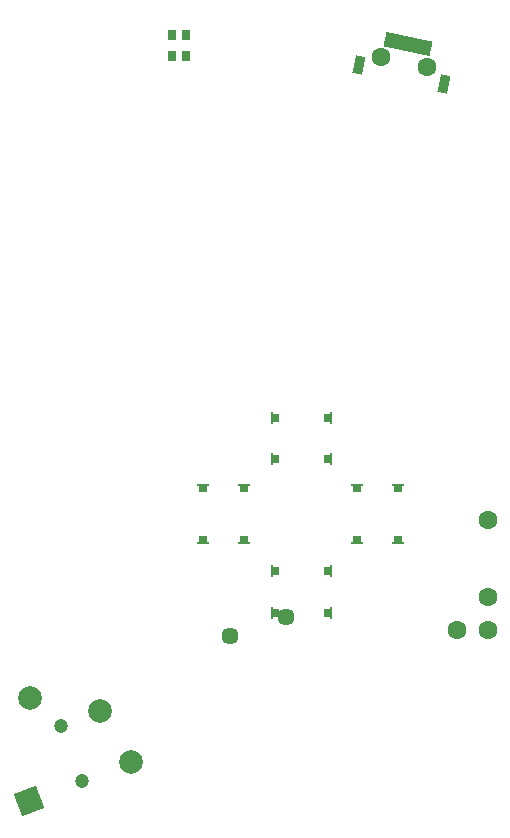
<source format=gbr>
%TF.GenerationSoftware,KiCad,Pcbnew,9.0.3*%
%TF.CreationDate,2025-07-19T19:29:57+01:00*%
%TF.ProjectId,GhostPAW,47686f73-7450-4415-972e-6b696361645f,rev?*%
%TF.SameCoordinates,Original*%
%TF.FileFunction,Soldermask,Bot*%
%TF.FilePolarity,Negative*%
%FSLAX46Y46*%
G04 Gerber Fmt 4.6, Leading zero omitted, Abs format (unit mm)*
G04 Created by KiCad (PCBNEW 9.0.3) date 2025-07-19 19:29:57*
%MOMM*%
%LPD*%
G01*
G04 APERTURE LIST*
G04 Aperture macros list*
%AMRotRect*
0 Rectangle, with rotation*
0 The origin of the aperture is its center*
0 $1 length*
0 $2 width*
0 $3 Rotation angle, in degrees counterclockwise*
0 Add horizontal line*
21,1,$1,$2,0,0,$3*%
G04 Aperture macros list end*
%ADD10RotRect,0.812800X1.498600X348.000000*%
%ADD11C,1.600200*%
%ADD12RotRect,3.987800X1.244600X348.000000*%
%ADD13R,0.700000X0.500000*%
%ADD14R,1.100000X0.200000*%
%ADD15R,0.500000X0.700000*%
%ADD16R,0.200000X1.100000*%
%ADD17R,0.800000X0.900000*%
%ADD18RotRect,2.010000X2.010000X111.000000*%
%ADD19C,2.010000*%
%ADD20C,1.200000*%
%ADD21C,1.447800*%
G04 APERTURE END LIST*
D10*
%TO.C,U6*%
X156835841Y-71015495D03*
X164065721Y-72552253D03*
D11*
X158732815Y-70276141D03*
X162633472Y-71105251D03*
D12*
X161000001Y-69199999D03*
%TD*%
D13*
%TO.C,S4*%
X143650000Y-106875000D03*
X143650000Y-111125000D03*
X147150000Y-106875000D03*
X147150000Y-111125000D03*
D14*
X143650000Y-106525000D03*
X143650000Y-111475000D03*
X147150000Y-106525000D03*
X147150000Y-111475000D03*
%TD*%
D13*
%TO.C,S3*%
X156650000Y-106875000D03*
X156650000Y-111125000D03*
X160150000Y-106875000D03*
X160150000Y-111125000D03*
D14*
X156650000Y-106525000D03*
X156650000Y-111475000D03*
X160150000Y-106525000D03*
X160150000Y-111475000D03*
%TD*%
D15*
%TO.C,S2*%
X154125000Y-113850000D03*
X149875000Y-113850000D03*
X154125000Y-117350000D03*
X149875000Y-117350000D03*
D16*
X154475000Y-113850000D03*
X149525000Y-113850000D03*
X154475000Y-117350000D03*
X149525000Y-117350000D03*
%TD*%
D15*
%TO.C,S1*%
X154125000Y-100850000D03*
X149875000Y-100850000D03*
X154125000Y-104350000D03*
X149875000Y-104350000D03*
D16*
X154475000Y-100850000D03*
X149525000Y-100850000D03*
X154475000Y-104350000D03*
X149525000Y-104350000D03*
%TD*%
D11*
%TO.C,M1*%
X165200000Y-118780000D03*
X167800000Y-118780000D03*
X167800000Y-116000000D03*
X167800000Y-109500001D03*
%TD*%
D17*
%TO.C,LED1*%
X142200000Y-70200000D03*
X141000000Y-70200000D03*
X141000000Y-68400000D03*
X142200000Y-68400000D03*
%TD*%
D18*
%TO.C,H1*%
X128915322Y-133308780D03*
D19*
X134965558Y-125630587D03*
X128999999Y-124600001D03*
X137597620Y-129975958D03*
D20*
X131604668Y-126920712D03*
X133396508Y-131588614D03*
%TD*%
D21*
%TO.C,SW2*%
X145929085Y-119285476D03*
X150684367Y-117740391D03*
%TD*%
M02*

</source>
